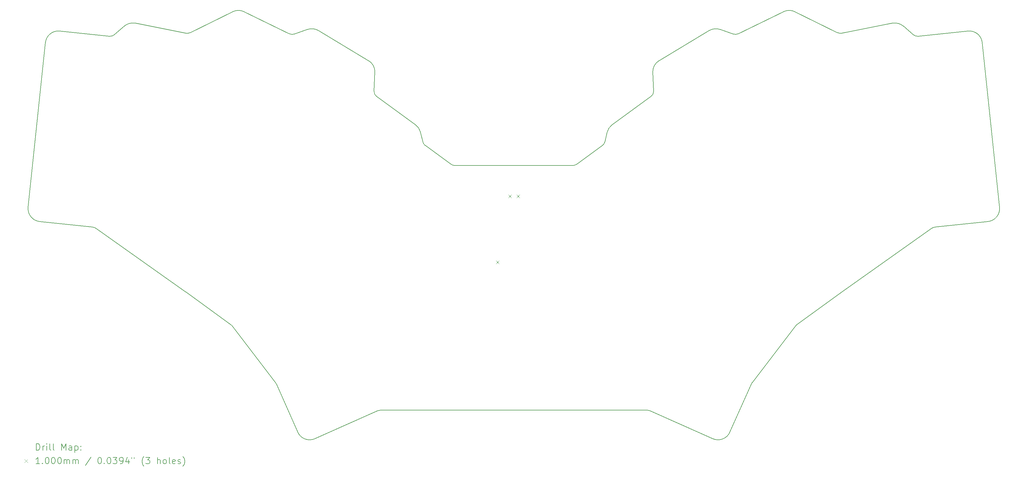
<source format=gbr>
%TF.GenerationSoftware,KiCad,Pcbnew,8.0.3*%
%TF.CreationDate,2024-06-16T15:20:09+01:00*%
%TF.ProjectId,ykb,796b622e-6b69-4636-9164-5f7063625858,v1.0.0*%
%TF.SameCoordinates,Original*%
%TF.FileFunction,Drillmap*%
%TF.FilePolarity,Positive*%
%FSLAX45Y45*%
G04 Gerber Fmt 4.5, Leading zero omitted, Abs format (unit mm)*
G04 Created by KiCad (PCBNEW 8.0.3) date 2024-06-16 15:20:09*
%MOMM*%
%LPD*%
G01*
G04 APERTURE LIST*
%ADD10C,0.150000*%
%ADD11C,0.200000*%
%ADD12C,0.100000*%
G04 APERTURE END LIST*
D10*
X24311724Y-14616507D02*
X20688276Y-14616507D01*
X20570719Y-14578310D02*
X19774240Y-13999635D01*
X19697434Y-13884980D02*
X19625666Y-13589130D01*
X19472054Y-13359821D02*
G75*
G02*
X19625666Y-13589130I-235114J-323607D01*
G01*
X19472054Y-13359821D02*
X18277506Y-12491931D01*
X18195278Y-12320853D02*
X18221898Y-11747403D01*
X18028348Y-11385899D02*
G75*
G02*
X18221903Y-11747314I-206015J-342867D01*
G01*
X18028348Y-11385899D02*
X16485447Y-10458830D01*
X16147522Y-10424073D02*
G75*
G02*
X16485447Y-10458830I131909J-377624D01*
G01*
X16147522Y-10424073D02*
X15742019Y-10565721D01*
X15588391Y-10556667D02*
X14195344Y-9877233D01*
X13843321Y-9877883D02*
G75*
G02*
X14195344Y-9877233I176675J-358868D01*
G01*
X13843321Y-9877883D02*
X12537376Y-10520815D01*
X12410877Y-10537707D02*
X10842226Y-10232792D01*
X10503842Y-10323245D02*
G75*
G02*
X10842226Y-10232792I262061J-302198D01*
G01*
X10503841Y-10323245D02*
X10200243Y-10586520D01*
X10048307Y-10634325D02*
X8517200Y-10473400D01*
X8077580Y-10829397D02*
G75*
G02*
X8517200Y-10473400I397809J-41811D01*
G01*
X8077580Y-10829397D02*
X7544485Y-15901458D01*
X7900482Y-16341079D02*
G75*
G02*
X7544485Y-15901458I41811J397809D01*
G01*
X7900482Y-16341079D02*
X9534741Y-16512846D01*
X9629352Y-16548484D02*
X12396872Y-18506595D01*
X12398912Y-18508059D02*
X13781501Y-19512568D01*
X13822720Y-19552756D02*
X15160413Y-21299192D01*
X15184347Y-21339460D02*
X15847022Y-22827852D01*
X16375134Y-23030576D02*
G75*
G02*
X15847022Y-22827852I-162695J365418D01*
G01*
X16375134Y-23030576D02*
X18314104Y-22167291D01*
X18395451Y-22150000D02*
X26604549Y-22150000D01*
X26685896Y-22167291D02*
X28624865Y-23030576D01*
X29152978Y-22827852D02*
G75*
G02*
X28624865Y-23030576I-365418J162695D01*
G01*
X29152978Y-22827852D02*
X29815653Y-21339460D01*
X29839587Y-21299192D02*
X31177280Y-19552756D01*
X31218499Y-19512568D02*
X32601087Y-18508059D01*
X32603128Y-18506595D02*
X35370648Y-16548484D01*
X35465259Y-16512846D02*
X37099518Y-16341079D01*
X37455515Y-15901458D02*
X36922420Y-10829397D01*
X36482800Y-10473399D02*
G75*
G02*
X36922420Y-10829397I41811J-397809D01*
G01*
X36482800Y-10473400D02*
X34951693Y-10634325D01*
X34799757Y-10586520D02*
X34496159Y-10323245D01*
X34157774Y-10232792D02*
G75*
G02*
X34496159Y-10323245I76324J-392651D01*
G01*
X34157774Y-10232792D02*
X32589123Y-10537707D01*
X32462624Y-10520815D02*
X31156679Y-9877883D01*
X30804656Y-9877233D02*
G75*
G02*
X31156679Y-9877883I175348J-359518D01*
G01*
X30804656Y-9877233D02*
X29411609Y-10556667D01*
X29257980Y-10565721D02*
X28852477Y-10424073D01*
X28514553Y-10458830D02*
G75*
G02*
X28852477Y-10424073I206015J-342867D01*
G01*
X28514553Y-10458830D02*
X26971652Y-11385899D01*
X26778102Y-11747403D02*
X26804722Y-12320853D01*
X26722494Y-12491931D02*
X25527946Y-13359821D01*
X25374334Y-13589130D02*
G75*
G02*
X25527946Y-13359821I388726J-94298D01*
G01*
X25374334Y-13589130D02*
X25302566Y-13884980D01*
X25225760Y-13999635D02*
X24429281Y-14578310D01*
X20688276Y-14616507D02*
G75*
G02*
X20570719Y-14578310I0J200000D01*
G01*
X19774240Y-13999635D02*
G75*
G02*
X19697434Y-13884980I117557J161803D01*
G01*
X18277506Y-12491931D02*
G75*
G02*
X18195278Y-12320853I117557J161803D01*
G01*
X15742019Y-10565721D02*
G75*
G02*
X15588391Y-10556667I-65955J188812D01*
G01*
X12537376Y-10520815D02*
G75*
G02*
X12410877Y-10537707I-88337J179434D01*
G01*
X10200243Y-10586520D02*
G75*
G02*
X10048307Y-10634325I-131031J151099D01*
G01*
X9534741Y-16512846D02*
G75*
G02*
X9629352Y-16548484I-20906J-198904D01*
G01*
X12396872Y-18506595D02*
G75*
G02*
X12398912Y-18508059I-115516J-163267D01*
G01*
X13781501Y-19512568D02*
G75*
G02*
X13822720Y-19552756I-117557J-161803D01*
G01*
X15160413Y-21299192D02*
G75*
G02*
X15184347Y-21339460I-158776J-121615D01*
G01*
X18314104Y-22167291D02*
G75*
G02*
X18395451Y-22150000I81347J-182709D01*
G01*
X26604549Y-22150000D02*
G75*
G02*
X26685896Y-22167291I0J-200000D01*
G01*
X29815653Y-21339460D02*
G75*
G02*
X29839587Y-21299192I182709J-81347D01*
G01*
X31177280Y-19552756D02*
G75*
G02*
X31218499Y-19512568I158776J-121615D01*
G01*
X32601087Y-18508059D02*
G75*
G02*
X32603128Y-18506595I117557J-161803D01*
G01*
X35370648Y-16548484D02*
G75*
G02*
X35465259Y-16512846I115516J-163267D01*
G01*
X34951693Y-10634325D02*
G75*
G02*
X34799757Y-10586520I-20906J198904D01*
G01*
X32589123Y-10537707D02*
G75*
G02*
X32462624Y-10520815I-38162J196325D01*
G01*
X29411609Y-10556667D02*
G75*
G02*
X29257980Y-10565721I-87674J179759D01*
G01*
X26804722Y-12320853D02*
G75*
G02*
X26722494Y-12491931I-199785J-9274D01*
G01*
X25302566Y-13884980D02*
G75*
G02*
X25225760Y-13999635I-194363J47149D01*
G01*
X24429281Y-14578310D02*
G75*
G02*
X24311724Y-14616507I-117557J161803D01*
G01*
X37455515Y-15901458D02*
G75*
G02*
X37099518Y-16341079I-397809J-41811D01*
G01*
X26778097Y-11747314D02*
G75*
G02*
X26971652Y-11385899I399570J18549D01*
G01*
D11*
D12*
X21950000Y-17546000D02*
X22050000Y-17646000D01*
X22050000Y-17546000D02*
X21950000Y-17646000D01*
X22331000Y-15514000D02*
X22431000Y-15614000D01*
X22431000Y-15514000D02*
X22331000Y-15614000D01*
X22585000Y-15514000D02*
X22685000Y-15614000D01*
X22685000Y-15514000D02*
X22585000Y-15614000D01*
D11*
X7795570Y-23384141D02*
X7795570Y-23184141D01*
X7795570Y-23184141D02*
X7843189Y-23184141D01*
X7843189Y-23184141D02*
X7871761Y-23193665D01*
X7871761Y-23193665D02*
X7890808Y-23212713D01*
X7890808Y-23212713D02*
X7900332Y-23231760D01*
X7900332Y-23231760D02*
X7909856Y-23269855D01*
X7909856Y-23269855D02*
X7909856Y-23298427D01*
X7909856Y-23298427D02*
X7900332Y-23336522D01*
X7900332Y-23336522D02*
X7890808Y-23355570D01*
X7890808Y-23355570D02*
X7871761Y-23374617D01*
X7871761Y-23374617D02*
X7843189Y-23384141D01*
X7843189Y-23384141D02*
X7795570Y-23384141D01*
X7995570Y-23384141D02*
X7995570Y-23250808D01*
X7995570Y-23288903D02*
X8005094Y-23269855D01*
X8005094Y-23269855D02*
X8014618Y-23260332D01*
X8014618Y-23260332D02*
X8033666Y-23250808D01*
X8033666Y-23250808D02*
X8052713Y-23250808D01*
X8119380Y-23384141D02*
X8119380Y-23250808D01*
X8119380Y-23184141D02*
X8109856Y-23193665D01*
X8109856Y-23193665D02*
X8119380Y-23203189D01*
X8119380Y-23203189D02*
X8128904Y-23193665D01*
X8128904Y-23193665D02*
X8119380Y-23184141D01*
X8119380Y-23184141D02*
X8119380Y-23203189D01*
X8243189Y-23384141D02*
X8224142Y-23374617D01*
X8224142Y-23374617D02*
X8214618Y-23355570D01*
X8214618Y-23355570D02*
X8214618Y-23184141D01*
X8347951Y-23384141D02*
X8328904Y-23374617D01*
X8328904Y-23374617D02*
X8319380Y-23355570D01*
X8319380Y-23355570D02*
X8319380Y-23184141D01*
X8576523Y-23384141D02*
X8576523Y-23184141D01*
X8576523Y-23184141D02*
X8643190Y-23326998D01*
X8643190Y-23326998D02*
X8709856Y-23184141D01*
X8709856Y-23184141D02*
X8709856Y-23384141D01*
X8890809Y-23384141D02*
X8890809Y-23279379D01*
X8890809Y-23279379D02*
X8881285Y-23260332D01*
X8881285Y-23260332D02*
X8862237Y-23250808D01*
X8862237Y-23250808D02*
X8824142Y-23250808D01*
X8824142Y-23250808D02*
X8805094Y-23260332D01*
X8890809Y-23374617D02*
X8871761Y-23384141D01*
X8871761Y-23384141D02*
X8824142Y-23384141D01*
X8824142Y-23384141D02*
X8805094Y-23374617D01*
X8805094Y-23374617D02*
X8795570Y-23355570D01*
X8795570Y-23355570D02*
X8795570Y-23336522D01*
X8795570Y-23336522D02*
X8805094Y-23317474D01*
X8805094Y-23317474D02*
X8824142Y-23307951D01*
X8824142Y-23307951D02*
X8871761Y-23307951D01*
X8871761Y-23307951D02*
X8890809Y-23298427D01*
X8986047Y-23250808D02*
X8986047Y-23450808D01*
X8986047Y-23260332D02*
X9005094Y-23250808D01*
X9005094Y-23250808D02*
X9043190Y-23250808D01*
X9043190Y-23250808D02*
X9062237Y-23260332D01*
X9062237Y-23260332D02*
X9071761Y-23269855D01*
X9071761Y-23269855D02*
X9081285Y-23288903D01*
X9081285Y-23288903D02*
X9081285Y-23346046D01*
X9081285Y-23346046D02*
X9071761Y-23365093D01*
X9071761Y-23365093D02*
X9062237Y-23374617D01*
X9062237Y-23374617D02*
X9043190Y-23384141D01*
X9043190Y-23384141D02*
X9005094Y-23384141D01*
X9005094Y-23384141D02*
X8986047Y-23374617D01*
X9166999Y-23365093D02*
X9176523Y-23374617D01*
X9176523Y-23374617D02*
X9166999Y-23384141D01*
X9166999Y-23384141D02*
X9157475Y-23374617D01*
X9157475Y-23374617D02*
X9166999Y-23365093D01*
X9166999Y-23365093D02*
X9166999Y-23384141D01*
X9166999Y-23260332D02*
X9176523Y-23269855D01*
X9176523Y-23269855D02*
X9166999Y-23279379D01*
X9166999Y-23279379D02*
X9157475Y-23269855D01*
X9157475Y-23269855D02*
X9166999Y-23260332D01*
X9166999Y-23260332D02*
X9166999Y-23279379D01*
D12*
X7434794Y-23662657D02*
X7534794Y-23762657D01*
X7534794Y-23662657D02*
X7434794Y-23762657D01*
D11*
X7900332Y-23804141D02*
X7786047Y-23804141D01*
X7843189Y-23804141D02*
X7843189Y-23604141D01*
X7843189Y-23604141D02*
X7824142Y-23632713D01*
X7824142Y-23632713D02*
X7805094Y-23651760D01*
X7805094Y-23651760D02*
X7786047Y-23661284D01*
X7986047Y-23785093D02*
X7995570Y-23794617D01*
X7995570Y-23794617D02*
X7986047Y-23804141D01*
X7986047Y-23804141D02*
X7976523Y-23794617D01*
X7976523Y-23794617D02*
X7986047Y-23785093D01*
X7986047Y-23785093D02*
X7986047Y-23804141D01*
X8119380Y-23604141D02*
X8138428Y-23604141D01*
X8138428Y-23604141D02*
X8157475Y-23613665D01*
X8157475Y-23613665D02*
X8166999Y-23623189D01*
X8166999Y-23623189D02*
X8176523Y-23642236D01*
X8176523Y-23642236D02*
X8186047Y-23680332D01*
X8186047Y-23680332D02*
X8186047Y-23727951D01*
X8186047Y-23727951D02*
X8176523Y-23766046D01*
X8176523Y-23766046D02*
X8166999Y-23785093D01*
X8166999Y-23785093D02*
X8157475Y-23794617D01*
X8157475Y-23794617D02*
X8138428Y-23804141D01*
X8138428Y-23804141D02*
X8119380Y-23804141D01*
X8119380Y-23804141D02*
X8100332Y-23794617D01*
X8100332Y-23794617D02*
X8090808Y-23785093D01*
X8090808Y-23785093D02*
X8081285Y-23766046D01*
X8081285Y-23766046D02*
X8071761Y-23727951D01*
X8071761Y-23727951D02*
X8071761Y-23680332D01*
X8071761Y-23680332D02*
X8081285Y-23642236D01*
X8081285Y-23642236D02*
X8090808Y-23623189D01*
X8090808Y-23623189D02*
X8100332Y-23613665D01*
X8100332Y-23613665D02*
X8119380Y-23604141D01*
X8309856Y-23604141D02*
X8328904Y-23604141D01*
X8328904Y-23604141D02*
X8347951Y-23613665D01*
X8347951Y-23613665D02*
X8357475Y-23623189D01*
X8357475Y-23623189D02*
X8366999Y-23642236D01*
X8366999Y-23642236D02*
X8376523Y-23680332D01*
X8376523Y-23680332D02*
X8376523Y-23727951D01*
X8376523Y-23727951D02*
X8366999Y-23766046D01*
X8366999Y-23766046D02*
X8357475Y-23785093D01*
X8357475Y-23785093D02*
X8347951Y-23794617D01*
X8347951Y-23794617D02*
X8328904Y-23804141D01*
X8328904Y-23804141D02*
X8309856Y-23804141D01*
X8309856Y-23804141D02*
X8290808Y-23794617D01*
X8290808Y-23794617D02*
X8281285Y-23785093D01*
X8281285Y-23785093D02*
X8271761Y-23766046D01*
X8271761Y-23766046D02*
X8262237Y-23727951D01*
X8262237Y-23727951D02*
X8262237Y-23680332D01*
X8262237Y-23680332D02*
X8271761Y-23642236D01*
X8271761Y-23642236D02*
X8281285Y-23623189D01*
X8281285Y-23623189D02*
X8290808Y-23613665D01*
X8290808Y-23613665D02*
X8309856Y-23604141D01*
X8500332Y-23604141D02*
X8519380Y-23604141D01*
X8519380Y-23604141D02*
X8538428Y-23613665D01*
X8538428Y-23613665D02*
X8547951Y-23623189D01*
X8547951Y-23623189D02*
X8557475Y-23642236D01*
X8557475Y-23642236D02*
X8566999Y-23680332D01*
X8566999Y-23680332D02*
X8566999Y-23727951D01*
X8566999Y-23727951D02*
X8557475Y-23766046D01*
X8557475Y-23766046D02*
X8547951Y-23785093D01*
X8547951Y-23785093D02*
X8538428Y-23794617D01*
X8538428Y-23794617D02*
X8519380Y-23804141D01*
X8519380Y-23804141D02*
X8500332Y-23804141D01*
X8500332Y-23804141D02*
X8481285Y-23794617D01*
X8481285Y-23794617D02*
X8471761Y-23785093D01*
X8471761Y-23785093D02*
X8462237Y-23766046D01*
X8462237Y-23766046D02*
X8452713Y-23727951D01*
X8452713Y-23727951D02*
X8452713Y-23680332D01*
X8452713Y-23680332D02*
X8462237Y-23642236D01*
X8462237Y-23642236D02*
X8471761Y-23623189D01*
X8471761Y-23623189D02*
X8481285Y-23613665D01*
X8481285Y-23613665D02*
X8500332Y-23604141D01*
X8652713Y-23804141D02*
X8652713Y-23670808D01*
X8652713Y-23689855D02*
X8662237Y-23680332D01*
X8662237Y-23680332D02*
X8681285Y-23670808D01*
X8681285Y-23670808D02*
X8709856Y-23670808D01*
X8709856Y-23670808D02*
X8728904Y-23680332D01*
X8728904Y-23680332D02*
X8738428Y-23699379D01*
X8738428Y-23699379D02*
X8738428Y-23804141D01*
X8738428Y-23699379D02*
X8747951Y-23680332D01*
X8747951Y-23680332D02*
X8766999Y-23670808D01*
X8766999Y-23670808D02*
X8795570Y-23670808D01*
X8795570Y-23670808D02*
X8814618Y-23680332D01*
X8814618Y-23680332D02*
X8824142Y-23699379D01*
X8824142Y-23699379D02*
X8824142Y-23804141D01*
X8919380Y-23804141D02*
X8919380Y-23670808D01*
X8919380Y-23689855D02*
X8928904Y-23680332D01*
X8928904Y-23680332D02*
X8947951Y-23670808D01*
X8947951Y-23670808D02*
X8976523Y-23670808D01*
X8976523Y-23670808D02*
X8995571Y-23680332D01*
X8995571Y-23680332D02*
X9005094Y-23699379D01*
X9005094Y-23699379D02*
X9005094Y-23804141D01*
X9005094Y-23699379D02*
X9014618Y-23680332D01*
X9014618Y-23680332D02*
X9033666Y-23670808D01*
X9033666Y-23670808D02*
X9062237Y-23670808D01*
X9062237Y-23670808D02*
X9081285Y-23680332D01*
X9081285Y-23680332D02*
X9090809Y-23699379D01*
X9090809Y-23699379D02*
X9090809Y-23804141D01*
X9481285Y-23594617D02*
X9309856Y-23851760D01*
X9738428Y-23604141D02*
X9757475Y-23604141D01*
X9757475Y-23604141D02*
X9776523Y-23613665D01*
X9776523Y-23613665D02*
X9786047Y-23623189D01*
X9786047Y-23623189D02*
X9795571Y-23642236D01*
X9795571Y-23642236D02*
X9805094Y-23680332D01*
X9805094Y-23680332D02*
X9805094Y-23727951D01*
X9805094Y-23727951D02*
X9795571Y-23766046D01*
X9795571Y-23766046D02*
X9786047Y-23785093D01*
X9786047Y-23785093D02*
X9776523Y-23794617D01*
X9776523Y-23794617D02*
X9757475Y-23804141D01*
X9757475Y-23804141D02*
X9738428Y-23804141D01*
X9738428Y-23804141D02*
X9719380Y-23794617D01*
X9719380Y-23794617D02*
X9709856Y-23785093D01*
X9709856Y-23785093D02*
X9700333Y-23766046D01*
X9700333Y-23766046D02*
X9690809Y-23727951D01*
X9690809Y-23727951D02*
X9690809Y-23680332D01*
X9690809Y-23680332D02*
X9700333Y-23642236D01*
X9700333Y-23642236D02*
X9709856Y-23623189D01*
X9709856Y-23623189D02*
X9719380Y-23613665D01*
X9719380Y-23613665D02*
X9738428Y-23604141D01*
X9890809Y-23785093D02*
X9900333Y-23794617D01*
X9900333Y-23794617D02*
X9890809Y-23804141D01*
X9890809Y-23804141D02*
X9881285Y-23794617D01*
X9881285Y-23794617D02*
X9890809Y-23785093D01*
X9890809Y-23785093D02*
X9890809Y-23804141D01*
X10024142Y-23604141D02*
X10043190Y-23604141D01*
X10043190Y-23604141D02*
X10062237Y-23613665D01*
X10062237Y-23613665D02*
X10071761Y-23623189D01*
X10071761Y-23623189D02*
X10081285Y-23642236D01*
X10081285Y-23642236D02*
X10090809Y-23680332D01*
X10090809Y-23680332D02*
X10090809Y-23727951D01*
X10090809Y-23727951D02*
X10081285Y-23766046D01*
X10081285Y-23766046D02*
X10071761Y-23785093D01*
X10071761Y-23785093D02*
X10062237Y-23794617D01*
X10062237Y-23794617D02*
X10043190Y-23804141D01*
X10043190Y-23804141D02*
X10024142Y-23804141D01*
X10024142Y-23804141D02*
X10005094Y-23794617D01*
X10005094Y-23794617D02*
X9995571Y-23785093D01*
X9995571Y-23785093D02*
X9986047Y-23766046D01*
X9986047Y-23766046D02*
X9976523Y-23727951D01*
X9976523Y-23727951D02*
X9976523Y-23680332D01*
X9976523Y-23680332D02*
X9986047Y-23642236D01*
X9986047Y-23642236D02*
X9995571Y-23623189D01*
X9995571Y-23623189D02*
X10005094Y-23613665D01*
X10005094Y-23613665D02*
X10024142Y-23604141D01*
X10157475Y-23604141D02*
X10281285Y-23604141D01*
X10281285Y-23604141D02*
X10214618Y-23680332D01*
X10214618Y-23680332D02*
X10243190Y-23680332D01*
X10243190Y-23680332D02*
X10262237Y-23689855D01*
X10262237Y-23689855D02*
X10271761Y-23699379D01*
X10271761Y-23699379D02*
X10281285Y-23718427D01*
X10281285Y-23718427D02*
X10281285Y-23766046D01*
X10281285Y-23766046D02*
X10271761Y-23785093D01*
X10271761Y-23785093D02*
X10262237Y-23794617D01*
X10262237Y-23794617D02*
X10243190Y-23804141D01*
X10243190Y-23804141D02*
X10186047Y-23804141D01*
X10186047Y-23804141D02*
X10166999Y-23794617D01*
X10166999Y-23794617D02*
X10157475Y-23785093D01*
X10376523Y-23804141D02*
X10414618Y-23804141D01*
X10414618Y-23804141D02*
X10433666Y-23794617D01*
X10433666Y-23794617D02*
X10443190Y-23785093D01*
X10443190Y-23785093D02*
X10462237Y-23756522D01*
X10462237Y-23756522D02*
X10471761Y-23718427D01*
X10471761Y-23718427D02*
X10471761Y-23642236D01*
X10471761Y-23642236D02*
X10462237Y-23623189D01*
X10462237Y-23623189D02*
X10452714Y-23613665D01*
X10452714Y-23613665D02*
X10433666Y-23604141D01*
X10433666Y-23604141D02*
X10395571Y-23604141D01*
X10395571Y-23604141D02*
X10376523Y-23613665D01*
X10376523Y-23613665D02*
X10366999Y-23623189D01*
X10366999Y-23623189D02*
X10357475Y-23642236D01*
X10357475Y-23642236D02*
X10357475Y-23689855D01*
X10357475Y-23689855D02*
X10366999Y-23708903D01*
X10366999Y-23708903D02*
X10376523Y-23718427D01*
X10376523Y-23718427D02*
X10395571Y-23727951D01*
X10395571Y-23727951D02*
X10433666Y-23727951D01*
X10433666Y-23727951D02*
X10452714Y-23718427D01*
X10452714Y-23718427D02*
X10462237Y-23708903D01*
X10462237Y-23708903D02*
X10471761Y-23689855D01*
X10643190Y-23670808D02*
X10643190Y-23804141D01*
X10595571Y-23594617D02*
X10547952Y-23737474D01*
X10547952Y-23737474D02*
X10671761Y-23737474D01*
X10738428Y-23604141D02*
X10738428Y-23642236D01*
X10814618Y-23604141D02*
X10814618Y-23642236D01*
X11109857Y-23880332D02*
X11100333Y-23870808D01*
X11100333Y-23870808D02*
X11081285Y-23842236D01*
X11081285Y-23842236D02*
X11071761Y-23823189D01*
X11071761Y-23823189D02*
X11062237Y-23794617D01*
X11062237Y-23794617D02*
X11052714Y-23746998D01*
X11052714Y-23746998D02*
X11052714Y-23708903D01*
X11052714Y-23708903D02*
X11062237Y-23661284D01*
X11062237Y-23661284D02*
X11071761Y-23632713D01*
X11071761Y-23632713D02*
X11081285Y-23613665D01*
X11081285Y-23613665D02*
X11100333Y-23585093D01*
X11100333Y-23585093D02*
X11109857Y-23575570D01*
X11166999Y-23604141D02*
X11290809Y-23604141D01*
X11290809Y-23604141D02*
X11224142Y-23680332D01*
X11224142Y-23680332D02*
X11252714Y-23680332D01*
X11252714Y-23680332D02*
X11271761Y-23689855D01*
X11271761Y-23689855D02*
X11281285Y-23699379D01*
X11281285Y-23699379D02*
X11290809Y-23718427D01*
X11290809Y-23718427D02*
X11290809Y-23766046D01*
X11290809Y-23766046D02*
X11281285Y-23785093D01*
X11281285Y-23785093D02*
X11271761Y-23794617D01*
X11271761Y-23794617D02*
X11252714Y-23804141D01*
X11252714Y-23804141D02*
X11195571Y-23804141D01*
X11195571Y-23804141D02*
X11176523Y-23794617D01*
X11176523Y-23794617D02*
X11166999Y-23785093D01*
X11528904Y-23804141D02*
X11528904Y-23604141D01*
X11614618Y-23804141D02*
X11614618Y-23699379D01*
X11614618Y-23699379D02*
X11605095Y-23680332D01*
X11605095Y-23680332D02*
X11586047Y-23670808D01*
X11586047Y-23670808D02*
X11557475Y-23670808D01*
X11557475Y-23670808D02*
X11538428Y-23680332D01*
X11538428Y-23680332D02*
X11528904Y-23689855D01*
X11738428Y-23804141D02*
X11719380Y-23794617D01*
X11719380Y-23794617D02*
X11709856Y-23785093D01*
X11709856Y-23785093D02*
X11700333Y-23766046D01*
X11700333Y-23766046D02*
X11700333Y-23708903D01*
X11700333Y-23708903D02*
X11709856Y-23689855D01*
X11709856Y-23689855D02*
X11719380Y-23680332D01*
X11719380Y-23680332D02*
X11738428Y-23670808D01*
X11738428Y-23670808D02*
X11766999Y-23670808D01*
X11766999Y-23670808D02*
X11786047Y-23680332D01*
X11786047Y-23680332D02*
X11795571Y-23689855D01*
X11795571Y-23689855D02*
X11805095Y-23708903D01*
X11805095Y-23708903D02*
X11805095Y-23766046D01*
X11805095Y-23766046D02*
X11795571Y-23785093D01*
X11795571Y-23785093D02*
X11786047Y-23794617D01*
X11786047Y-23794617D02*
X11766999Y-23804141D01*
X11766999Y-23804141D02*
X11738428Y-23804141D01*
X11919380Y-23804141D02*
X11900333Y-23794617D01*
X11900333Y-23794617D02*
X11890809Y-23775570D01*
X11890809Y-23775570D02*
X11890809Y-23604141D01*
X12071761Y-23794617D02*
X12052714Y-23804141D01*
X12052714Y-23804141D02*
X12014618Y-23804141D01*
X12014618Y-23804141D02*
X11995571Y-23794617D01*
X11995571Y-23794617D02*
X11986047Y-23775570D01*
X11986047Y-23775570D02*
X11986047Y-23699379D01*
X11986047Y-23699379D02*
X11995571Y-23680332D01*
X11995571Y-23680332D02*
X12014618Y-23670808D01*
X12014618Y-23670808D02*
X12052714Y-23670808D01*
X12052714Y-23670808D02*
X12071761Y-23680332D01*
X12071761Y-23680332D02*
X12081285Y-23699379D01*
X12081285Y-23699379D02*
X12081285Y-23718427D01*
X12081285Y-23718427D02*
X11986047Y-23737474D01*
X12157476Y-23794617D02*
X12176523Y-23804141D01*
X12176523Y-23804141D02*
X12214618Y-23804141D01*
X12214618Y-23804141D02*
X12233666Y-23794617D01*
X12233666Y-23794617D02*
X12243190Y-23775570D01*
X12243190Y-23775570D02*
X12243190Y-23766046D01*
X12243190Y-23766046D02*
X12233666Y-23746998D01*
X12233666Y-23746998D02*
X12214618Y-23737474D01*
X12214618Y-23737474D02*
X12186047Y-23737474D01*
X12186047Y-23737474D02*
X12166999Y-23727951D01*
X12166999Y-23727951D02*
X12157476Y-23708903D01*
X12157476Y-23708903D02*
X12157476Y-23699379D01*
X12157476Y-23699379D02*
X12166999Y-23680332D01*
X12166999Y-23680332D02*
X12186047Y-23670808D01*
X12186047Y-23670808D02*
X12214618Y-23670808D01*
X12214618Y-23670808D02*
X12233666Y-23680332D01*
X12309857Y-23880332D02*
X12319380Y-23870808D01*
X12319380Y-23870808D02*
X12338428Y-23842236D01*
X12338428Y-23842236D02*
X12347952Y-23823189D01*
X12347952Y-23823189D02*
X12357476Y-23794617D01*
X12357476Y-23794617D02*
X12366999Y-23746998D01*
X12366999Y-23746998D02*
X12366999Y-23708903D01*
X12366999Y-23708903D02*
X12357476Y-23661284D01*
X12357476Y-23661284D02*
X12347952Y-23632713D01*
X12347952Y-23632713D02*
X12338428Y-23613665D01*
X12338428Y-23613665D02*
X12319380Y-23585093D01*
X12319380Y-23585093D02*
X12309857Y-23575570D01*
M02*

</source>
